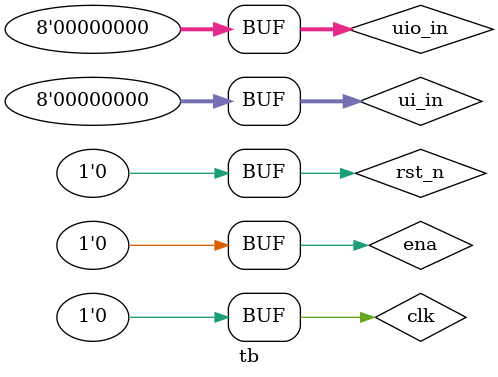
<source format=v>
`default_nettype none
`timescale 1ns / 1ps

/* Testbench instantiates the user module and exposes pins for cocotb. */
module tb ();

  // Dump the signals to a FST file. You can view it with gtkwave or surfer.
  initial begin
    $dumpfile("tb.fst");
    $dumpvars(0, tb);
    #1;
  end

  // Wire up the inputs and outputs:
  reg clk;
  reg rst_n;
  reg ena;
  reg [7:0] ui_in;
  reg [7:0] uio_in;
  wire [7:0] uo_out;
  wire [7:0] uio_out;
  wire [7:0] uio_oe;

  // Provide deterministic init values for cocotb to drive from.
  initial begin
    clk    = 0;
    rst_n  = 0;
    ena    = 0;
    ui_in  = 8'h00;
    uio_in = 8'h00;
  end

`ifdef GL_TEST
  wire VPWR = 1'b1;
  wire VGND = 1'b0;
`endif

  // User project instance
  tt_um_example user_project (

      // Include power ports for the Gate Level test:
`ifdef GL_TEST
      .VPWR(VPWR),
      .VGND(VGND),
`endif

      .ui_in  (ui_in),    // Dedicated inputs
      .uo_out (uo_out),   // Dedicated outputs
      .uio_in (uio_in),   // IOs: Input path
      .uio_out(uio_out),  // IOs: Output path
      .uio_oe (uio_oe),   // IOs: Enable path (active high: 0=input, 1=output)
      .ena    (ena),      // enable - goes high when design is selected
      .clk    (clk),      // clock
      .rst_n  (rst_n)     // not reset
  );

endmodule

</source>
